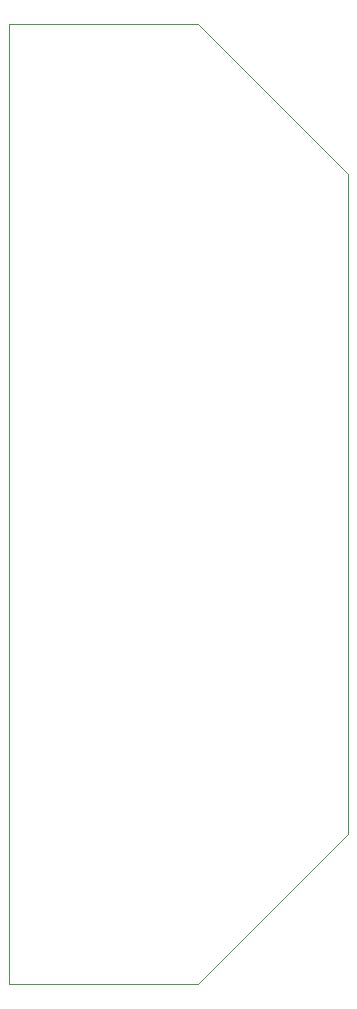
<source format=gm1>
G04 #@! TF.GenerationSoftware,KiCad,Pcbnew,8.0.6*
G04 #@! TF.CreationDate,2024-10-20T17:10:00+01:00*
G04 #@! TF.ProjectId,line-sensor-mini-kes,6c696e65-2d73-4656-9e73-6f722d6d696e,rev?*
G04 #@! TF.SameCoordinates,Original*
G04 #@! TF.FileFunction,Profile,NP*
%FSLAX46Y46*%
G04 Gerber Fmt 4.6, Leading zero omitted, Abs format (unit mm)*
G04 Created by KiCad (PCBNEW 8.0.6) date 2024-10-20 17:10:00*
%MOMM*%
%LPD*%
G01*
G04 APERTURE LIST*
G04 #@! TA.AperFunction,Profile*
%ADD10C,0.100000*%
G04 #@! TD*
G04 APERTURE END LIST*
D10*
X154530000Y-64360000D02*
X167230000Y-77060000D01*
X167230000Y-132940000D02*
X154530000Y-145640000D01*
X167230000Y-77060000D02*
X167230000Y-132940000D01*
X154530000Y-145640000D02*
X138528000Y-145640000D01*
X138528000Y-64360000D02*
X154530000Y-64360000D01*
X138528000Y-145640000D02*
X138528000Y-64360000D01*
M02*

</source>
